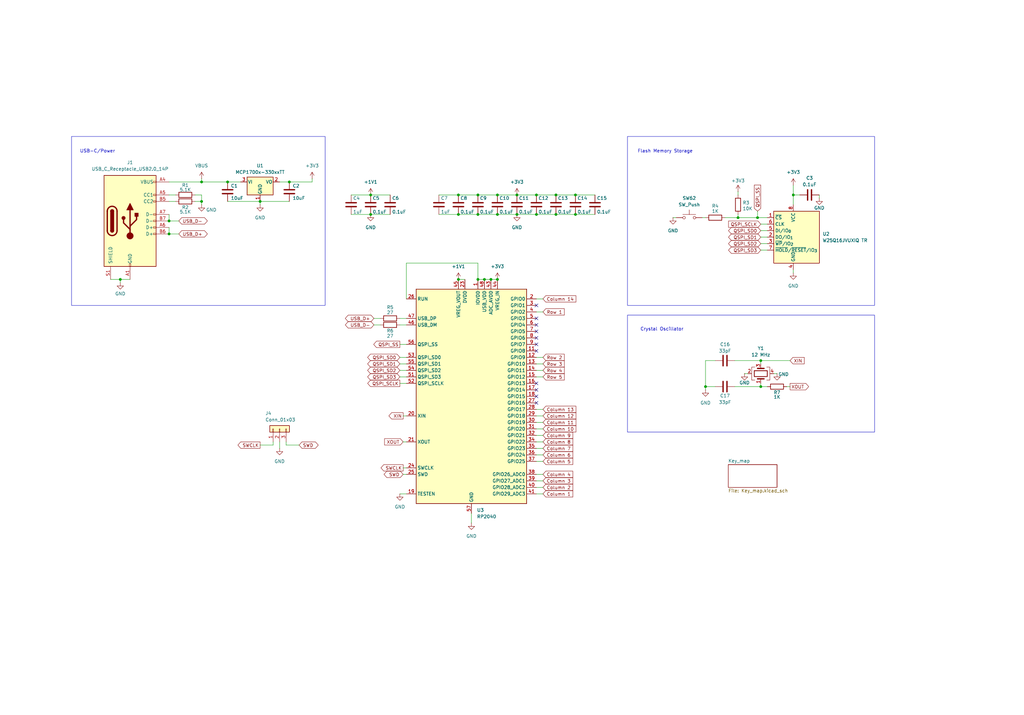
<source format=kicad_sch>
(kicad_sch (version 20250114) (generator "eeschema") (generator_version "9.0")
  (paper "User" 400 279.4)
  (lib_symbols
    (symbol "Connector:USB_C_Receptacle_USB2.0_14P" (pin_names (offset 1.016))
      (property "Reference" "J" (at 0 22.225 0))
      (property "Value" "USB_C_Receptacle_USB2.0_14P" (at 0 19.685 0))
      (symbol "USB_C_Receptacle_USB2.0_14P_0_0"
        (rectangle (start -0.254 -17.78) (end 0.254 -16.764))
        (rectangle (start 10.16 15.494) (end 9.144 14.986))
        (rectangle (start 10.16 10.414) (end 9.144 9.906))
        (rectangle (start 10.16 7.874) (end 9.144 7.366))
        (rectangle (start 10.16 2.794) (end 9.144 2.286))
        (rectangle (start 10.16 0.254) (end 9.144 -0.254))
        (rectangle (start 10.16 -2.286) (end 9.144 -2.794))
        (rectangle (start 10.16 -4.826) (end 9.144 -5.334))
      )
      (symbol "USB_C_Receptacle_USB2.0_14P_0_1"
        (rectangle (start -10.16 17.78) (end 10.16 -17.78) (stroke (width 0.254)) (fill (type background)))
        (polyline (pts (xy -8.89 -3.81) (xy -8.89 3.81)) (stroke (width 0.508)))
        (rectangle (start -7.62 -3.81) (end -6.35 3.81) (stroke (width 0.254)) (fill (type outline)))
        (arc (start -7.62 3.81) (mid -6.985 4.4423) (end -6.35 3.81) (stroke (width 0.254)))
        (arc (start -7.62 3.81) (mid -6.985 4.4423) (end -6.35 3.81) (stroke (width 0.254)) (fill (type outline)))
        (arc (start -8.89 3.81) (mid -6.985 5.7067) (end -5.08 3.81) (stroke (width 0.508)))
        (arc (start -5.08 -3.81) (mid -6.985 -5.7067) (end -8.89 -3.81) (stroke (width 0.508)))
        (arc (start -6.35 -3.81) (mid -6.985 -4.4423) (end -7.62 -3.81) (stroke (width 0.254)))
        (arc (start -6.35 -3.81) (mid -6.985 -4.4423) (end -7.62 -3.81) (stroke (width 0.254)) (fill (type outline)))
        (polyline (pts (xy -5.08 3.81) (xy -5.08 -3.81)) (stroke (width 0.508)))
        (circle (center -2.54 1.143) (radius 0.635) (stroke (width 0.254)) (fill (type outline)))
        (polyline (pts (xy -1.27 4.318) (xy 0 6.858) (xy 1.27 4.318) (xy -1.27 4.318)) (stroke (width 0.254)) (fill (type outline)))
        (polyline (pts (xy 0 -2.032) (xy 2.54 0.508) (xy 2.54 1.778)) (stroke (width 0.508)))
        (polyline (pts (xy 0 -3.302) (xy -2.54 -0.762) (xy -2.54 0.508)) (stroke (width 0.508)))
        (polyline (pts (xy 0 -5.842) (xy 0 4.318)) (stroke (width 0.508)))
        (circle (center 0 -5.842) (radius 1.27) (fill (type outline)))
        (rectangle (start 1.905 1.778) (end 3.175 3.048) (stroke (width 0.254)) (fill (type outline)))
      )
      (symbol "USB_C_Receptacle_USB2.0_14P_1_1"
        (pin passive line (at -7.62 -22.86 90) (length 5.08) (name "SHIELD") (number "S1"))
        (pin passive line (at 0 -22.86 90) (length 5.08) (name "GND") (number "A1"))
        (pin passive line (at 0 -22.86 90) (length 5.08) (hide yes) (name "GND") (number "A12"))
        (pin passive line (at 0 -22.86 90) (length 5.08) (hide yes) (name "GND") (number "B1"))
        (pin passive line (at 0 -22.86 90) (length 5.08) (hide yes) (name "GND") (number "B12"))
        (pin passive line (at 15.24 15.24 180) (length 5.08) (name "VBUS") (number "A4"))
        (pin passive line (at 15.24 15.24 180) (length 5.08) (hide yes) (name "VBUS") (number "A9"))
        (pin passive line (at 15.24 15.24 180) (length 5.08) (hide yes) (name "VBUS") (number "B4"))
        (pin passive line (at 15.24 15.24 180) (length 5.08) (hide yes) (name "VBUS") (number "B9"))
        (pin bidirectional line (at 15.24 10.16 180) (length 5.08) (name "CC1") (number "A5"))
        (pin bidirectional line (at 15.24 7.62 180) (length 5.08) (name "CC2") (number "B5"))
        (pin bidirectional line (at 15.24 2.54 180) (length 5.08) (name "D-") (number "A7"))
        (pin bidirectional line (at 15.24 0 180) (length 5.08) (name "D-") (number "B7"))
        (pin bidirectional line (at 15.24 -2.54 180) (length 5.08) (name "D+") (number "A6"))
        (pin bidirectional line (at 15.24 -5.08 180) (length 5.08) (name "D+") (number "B6"))
      )
    )
    (symbol "Connector_Generic:Conn_01x03" (pin_names (offset 1.016) (hide yes))
      (property "Reference" "J" (at 0 5.08 0))
      (property "Value" "Conn_01x03" (at 0 -5.08 0))
      (symbol "Conn_01x03_1_1"
        (rectangle (start -1.27 3.81) (end 1.27 -3.81) (stroke (width 0.254)) (fill (type background)))
        (rectangle (start -1.27 2.667) (end 0 2.413) (stroke (width 0.1524)))
        (rectangle (start -1.27 0.127) (end 0 -0.127) (stroke (width 0.1524)))
        (rectangle (start -1.27 -2.413) (end 0 -2.667) (stroke (width 0.1524)))
        (pin passive line (at -5.08 2.54 0) (length 3.81) (name "Pin_1") (number "1"))
        (pin passive line (at -5.08 0 0) (length 3.81) (name "Pin_2") (number "2"))
        (pin passive line (at -5.08 -2.54 0) (length 3.81) (name "Pin_3") (number "3"))
      )
    )
    (symbol "Device:C" (pin_numbers (hide yes)) (pin_names (offset 0.254))
      (property "Reference" "C" (at 0.635 2.54 0))
      (property "Value" "C" (at 0.635 -2.54 0))
      (symbol "C_0_1"
        (polyline (pts (xy -2.032 0.762) (xy 2.032 0.762)) (stroke (width 0.508)))
        (polyline (pts (xy -2.032 -0.762) (xy 2.032 -0.762)) (stroke (width 0.508)))
      )
      (symbol "C_1_1"
        (pin passive line (at 0 3.81 270) (length 2.794) (name "~") (number "1"))
        (pin passive line (at 0 -3.81 90) (length 2.794) (name "~") (number "2"))
      )
    )
    (symbol "Device:Crystal_GND24" (pin_names (offset 1.016) (hide yes))
      (property "Reference" "Y" (at 3.175 5.08 0))
      (property "Value" "Crystal_GND24" (at 3.175 3.175 0))
      (symbol "Crystal_GND24_0_1"
        (polyline (pts (xy -2.54 2.286) (xy -2.54 3.556) (xy 2.54 3.556) (xy 2.54 2.286)))
        (polyline (pts (xy -2.54 0) (xy -2.032 0)))
        (polyline (pts (xy -2.54 -2.286) (xy -2.54 -3.556) (xy 2.54 -3.556) (xy 2.54 -2.286)))
        (polyline (pts (xy -2.032 -1.27) (xy -2.032 1.27)) (stroke (width 0.508)))
        (rectangle (start -1.143 2.54) (end 1.143 -2.54) (stroke (width 0.3048)))
        (polyline (pts (xy 0 3.556) (xy 0 3.81)))
        (polyline (pts (xy 0 -3.81) (xy 0 -3.556)))
        (polyline (pts (xy 2.032 0) (xy 2.54 0)))
        (polyline (pts (xy 2.032 -1.27) (xy 2.032 1.27)) (stroke (width 0.508)))
      )
      (symbol "Crystal_GND24_1_1"
        (pin passive line (at -3.81 0 0) (length 1.27) (name "1") (number "1"))
        (pin passive line (at 0 5.08 270) (length 1.27) (name "2") (number "2"))
        (pin passive line (at 0 -5.08 90) (length 1.27) (name "4") (number "4"))
        (pin passive line (at 3.81 0 180) (length 1.27) (name "3") (number "3"))
      )
    )
    (symbol "Device:R" (pin_numbers (hide yes)) (pin_names (offset 0))
      (property "Reference" "R" (at 2.032 0 90))
      (property "Value" "R" (at 0 0 90))
      (symbol "R_0_1"
        (rectangle (start -1.016 -2.54) (end 1.016 2.54) (stroke (width 0.254)))
      )
      (symbol "R_1_1"
        (pin passive line (at 0 3.81 270) (length 1.27) (name "~") (number "1"))
        (pin passive line (at 0 -3.81 90) (length 1.27) (name "~") (number "2"))
      )
    )
    (symbol "MCU_RaspberryPi:RP2040"
      (property "Reference" "U" (at 17.78 45.72 0))
      (property "Value" "RP2040" (at 17.78 43.18 0))
      (symbol "RP2040_0_1"
        (rectangle (start -21.59 41.91) (end 21.59 -41.91) (stroke (width 0.254)) (fill (type background)))
      )
      (symbol "RP2040_1_1"
        (pin input line (at -25.4 38.1 0) (length 3.81) (name "RUN") (number "26"))
        (pin bidirectional line (at -25.4 30.48 0) (length 3.81) (name "USB_DP") (number "47"))
        (pin bidirectional line (at -25.4 27.94 0) (length 3.81) (name "USB_DM") (number "46"))
        (pin bidirectional line (at -25.4 20.32 0) (length 3.81) (name "QSPI_SS") (number "56"))
        (pin bidirectional line (at -25.4 15.24 0) (length 3.81) (name "QSPI_SD0") (number "53"))
        (pin bidirectional line (at -25.4 12.7 0) (length 3.81) (name "QSPI_SD1") (number "55"))
        (pin bidirectional line (at -25.4 10.16 0) (length 3.81) (name "QSPI_SD2") (number "54"))
        (pin bidirectional line (at -25.4 7.62 0) (length 3.81) (name "QSPI_SD3") (number "51"))
        (pin output line (at -25.4 5.08 0) (length 3.81) (name "QSPI_SCLK") (number "52"))
        (pin input line (at -25.4 -7.62 0) (length 3.81) (name "XIN") (number "20"))
        (pin passive line (at -25.4 -17.78 0) (length 3.81) (name "XOUT") (number "21"))
        (pin input line (at -25.4 -27.94 0) (length 3.81) (name "SWCLK") (number "24"))
        (pin bidirectional line (at -25.4 -30.48 0) (length 3.81) (name "SWD") (number "25"))
        (pin input line (at -25.4 -38.1 0) (length 3.81) (name "TESTEN") (number "19"))
        (pin power_out line (at -5.08 45.72 270) (length 3.81) (name "VREG_VOUT") (number "45"))
        (pin power_in line (at -2.54 45.72 270) (length 3.81) (name "DVDD") (number "23"))
        (pin passive line (at -2.54 45.72 270) (length 3.81) (hide yes) (name "DVDD") (number "50"))
        (pin power_in line (at 0 -45.72 90) (length 3.81) (name "GND") (number "57"))
        (pin power_in line (at 2.54 45.72 270) (length 3.81) (name "IOVDD") (number "1"))
        (pin passive line (at 2.54 45.72 270) (length 3.81) (hide yes) (name "IOVDD") (number "10"))
        (pin passive line (at 2.54 45.72 270) (length 3.81) (hide yes) (name "IOVDD") (number "22"))
        (pin passive line (at 2.54 45.72 270) (length 3.81) (hide yes) (name "IOVDD") (number "33"))
        (pin passive line (at 2.54 45.72 270) (length 3.81) (hide yes) (name "IOVDD") (number "42"))
        (pin passive line (at 2.54 45.72 270) (length 3.81) (hide yes) (name "IOVDD") (number "49"))
        (pin power_in line (at 5.08 45.72 270) (length 3.81) (name "USB_VDD") (number "48"))
        (pin power_in line (at 7.62 45.72 270) (length 3.81) (name "ADC_AVDD") (number "43"))
        (pin power_in line (at 10.16 45.72 270) (length 3.81) (name "VREG_IN") (number "44"))
        (pin bidirectional line (at 25.4 38.1 180) (length 3.81) (name "GPIO0") (number "2"))
        (pin bidirectional line (at 25.4 35.56 180) (length 3.81) (name "GPIO1") (number "3"))
        (pin bidirectional line (at 25.4 33.02 180) (length 3.81) (name "GPIO2") (number "4"))
        (pin bidirectional line (at 25.4 30.48 180) (length 3.81) (name "GPIO3") (number "5"))
        (pin bidirectional line (at 25.4 27.94 180) (length 3.81) (name "GPIO4") (number "6"))
        (pin bidirectional line (at 25.4 25.4 180) (length 3.81) (name "GPIO5") (number "7"))
        (pin bidirectional line (at 25.4 22.86 180) (length 3.81) (name "GPIO6") (number "8"))
        (pin bidirectional line (at 25.4 20.32 180) (length 3.81) (name "GPIO7") (number "9"))
        (pin bidirectional line (at 25.4 17.78 180) (length 3.81) (name "GPIO8") (number "11"))
        (pin bidirectional line (at 25.4 15.24 180) (length 3.81) (name "GPIO9") (number "12"))
        (pin bidirectional line (at 25.4 12.7 180) (length 3.81) (name "GPIO10") (number "13"))
        (pin bidirectional line (at 25.4 10.16 180) (length 3.81) (name "GPIO11") (number "14"))
        (pin bidirectional line (at 25.4 7.62 180) (length 3.81) (name "GPIO12") (number "15"))
        (pin bidirectional line (at 25.4 5.08 180) (length 3.81) (name "GPIO13") (number "16"))
        (pin bidirectional line (at 25.4 2.54 180) (length 3.81) (name "GPIO14") (number "17"))
        (pin bidirectional line (at 25.4 0 180) (length 3.81) (name "GPIO15") (number "18"))
        (pin bidirectional line (at 25.4 -2.54 180) (length 3.81) (name "GPIO16") (number "27"))
        (pin bidirectional line (at 25.4 -5.08 180) (length 3.81) (name "GPIO17") (number "28"))
        (pin bidirectional line (at 25.4 -7.62 180) (length 3.81) (name "GPIO18") (number "29"))
        (pin bidirectional line (at 25.4 -10.16 180) (length 3.81) (name "GPIO19") (number "30"))
        (pin bidirectional line (at 25.4 -12.7 180) (length 3.81) (name "GPIO20") (number "31"))
        (pin bidirectional line (at 25.4 -15.24 180) (length 3.81) (name "GPIO21") (number "32"))
        (pin bidirectional line (at 25.4 -17.78 180) (length 3.81) (name "GPIO22") (number "34"))
        (pin bidirectional line (at 25.4 -20.32 180) (length 3.81) (name "GPIO23") (number "35"))
        (pin bidirectional line (at 25.4 -22.86 180) (length 3.81) (name "GPIO24") (number "36"))
        (pin bidirectional line (at 25.4 -25.4 180) (length 3.81) (name "GPIO25") (number "37"))
        (pin bidirectional line (at 25.4 -30.48 180) (length 3.81) (name "GPIO26_ADC0") (number "38"))
        (pin bidirectional line (at 25.4 -33.02 180) (length 3.81) (name "GPIO27_ADC1") (number "39"))
        (pin bidirectional line (at 25.4 -35.56 180) (length 3.81) (name "GPIO28_ADC2") (number "40"))
        (pin bidirectional line (at 25.4 -38.1 180) (length 3.81) (name "GPIO29_ADC3") (number "41"))
      )
    )
    (symbol "Memory_Flash:W25Q128JVS"
      (property "Reference" "U" (at -6.35 11.43 0))
      (property "Value" "W25Q128JVS" (at 7.62 11.43 0))
      (symbol "W25Q128JVS_0_1"
        (rectangle (start -7.62 10.16) (end 10.16 -10.16) (stroke (width 0.254)) (fill (type background)))
      )
      (symbol "W25Q128JVS_1_1"
        (pin input line (at -10.16 7.62 0) (length 2.54) (name "~{CS}") (number "1"))
        (pin input line (at -10.16 5.08 0) (length 2.54) (name "CLK") (number "6"))
        (pin bidirectional line (at -10.16 2.54 0) (length 2.54) (name "DI/IO_{0}") (number "5"))
        (pin bidirectional line (at -10.16 0 0) (length 2.54) (name "DO/IO_{1}") (number "2"))
        (pin bidirectional line (at -10.16 -2.54 0) (length 2.54) (name "~{WP}/IO_{2}") (number "3"))
        (pin bidirectional line (at -10.16 -5.08 0) (length 2.54) (name "~{HOLD}/~{RESET}/IO_{3}") (number "7"))
        (pin power_in line (at 0 12.7 270) (length 2.54) (name "VCC") (number "8"))
        (pin power_in line (at 0 -12.7 90) (length 2.54) (name "GND") (number "4"))
      )
    )
    (symbol "Regulator_Linear:MCP1700x-330xxTT" (pin_names (offset 0.254))
      (property "Reference" "U" (at -3.81 3.175 0))
      (property "Value" "MCP1700x-330xxTT" (at 0 3.175 0))
      (symbol "MCP1700x-330xxTT_0_1"
        (rectangle (start -5.08 1.905) (end 5.08 -5.08) (stroke (width 0.254)) (fill (type background)))
      )
      (symbol "MCP1700x-330xxTT_1_1"
        (pin power_in line (at -7.62 0 0) (length 2.54) (name "VI") (number "3"))
        (pin power_in line (at 0 -7.62 90) (length 2.54) (name "GND") (number "1"))
        (pin power_out line (at 7.62 0 180) (length 2.54) (name "VO") (number "2"))
      )
    )
    (symbol "Switch:SW_Push" (pin_numbers (hide yes)) (pin_names (offset 1.016) (hide yes))
      (property "Reference" "SW" (at 1.27 2.54 0))
      (property "Value" "SW_Push" (at 0 -1.524 0))
      (symbol "SW_Push_0_1"
        (circle (center -2.032 0) (radius 0.508))
        (polyline (pts (xy 0 1.27) (xy 0 3.048)))
        (circle (center 2.032 0) (radius 0.508))
        (polyline (pts (xy 2.54 1.27) (xy -2.54 1.27)))
        (pin passive line (at -5.08 0 0) (length 2.54) (name "1") (number "1"))
        (pin passive line (at 5.08 0 180) (length 2.54) (name "2") (number "2"))
      )
    )
    (symbol "power:+1V1" (power) (pin_numbers (hide yes)) (pin_names (offset 0) (hide yes))
      (property "Value" "+1V1" (at 0 3.556 0))
      (symbol "+1V1_0_1"
        (polyline (pts (xy -0.762 1.27) (xy 0 2.54)))
        (polyline (pts (xy 0 2.54) (xy 0.762 1.27)))
        (polyline (pts (xy 0 0) (xy 0 2.54)))
      )
      (symbol "+1V1_1_1"
        (pin power_in line (at 0 0 90) (length 0) (name "~") (number "1"))
      )
    )
    (symbol "power:+3V3" (power) (pin_numbers (hide yes)) (pin_names (offset 0) (hide yes))
      (property "Value" "+3V3" (at 0 3.556 0))
      (symbol "+3V3_0_1"
        (polyline (pts (xy -0.762 1.27) (xy 0 2.54)))
        (polyline (pts (xy 0 2.54) (xy 0.762 1.27)))
        (polyline (pts (xy 0 0) (xy 0 2.54)))
      )
      (symbol "+3V3_1_1"
        (pin power_in line (at 0 0 90) (length 0) (name "~") (number "1"))
      )
    )
    (symbol "power:GND" (power) (pin_numbers (hide yes)) (pin_names (offset 0) (hide yes))
      (property "Value" "GND" (at 0 -3.81 0))
      (symbol "GND_0_1"
        (polyline (pts (xy 0 0) (xy 0 -1.27) (xy 1.27 -1.27) (xy 0 -2.54) (xy -1.27 -1.27) (xy 0 -1.27)))
      )
      (symbol "GND_1_1"
        (pin power_in line (at 0 0 270) (length 0) (name "~") (number "1"))
      )
    )
    (symbol "power:VBUS" (power) (pin_numbers (hide yes)) (pin_names (offset 0) (hide yes))
      (property "Value" "VBUS" (at 0 3.556 0))
      (symbol "VBUS_0_1"
        (polyline (pts (xy -0.762 1.27) (xy 0 2.54)))
        (polyline (pts (xy 0 2.54) (xy 0.762 1.27)))
        (polyline (pts (xy 0 0) (xy 0 2.54)))
      )
      (symbol "VBUS_1_1"
        (pin power_in line (at 0 0 90) (length 0) (name "~") (number "1"))
      )
    )
  )
  (rectangle (start 245.11 53.34) (end 341.63 119.38))
  (rectangle (start 27.94 53.34) (end 127 119.38))
  (rectangle (start 245.11 123.19) (end 341.63 168.91))
  (text "Crystal Oscillator" (at 258.572 128.778 0) (effects (font (size 1.27 1.27))))
  (text "Flash Memory Storage\n" (at 259.842 59.182 0) (effects (font (size 1.27 1.27))))
  (text "USB-C/Power\n" (at 38.1 59.182 0) (effects (font (size 1.27 1.27))))
  (junction (at 297.18 140.97))
  (junction (at 78.74 71.12))
  (junction (at 194.31 83.82))
  (junction (at 66.04 86.36))
  (junction (at 78.74 78.74))
  (junction (at 189.23 109.22))
  (junction (at 144.78 83.82))
  (junction (at 309.88 76.2))
  (junction (at 179.07 76.2))
  (junction (at 88.9 71.12))
  (junction (at 194.31 109.22))
  (junction (at 224.79 76.2))
  (junction (at 179.07 109.22))
  (junction (at 295.91 85.09))
  (junction (at 191.77 109.22))
  (junction (at 224.79 83.82))
  (junction (at 297.18 151.13))
  (junction (at 186.69 83.82))
  (junction (at 288.29 85.09))
  (junction (at 46.99 109.22))
  (junction (at 201.93 76.2))
  (junction (at 275.59 151.13))
  (junction (at 113.03 71.12))
  (junction (at 209.55 83.82))
  (junction (at 186.69 109.22))
  (junction (at 217.17 83.82))
  (junction (at 66.04 91.44))
  (junction (at 194.31 76.2))
  (junction (at 217.17 76.2))
  (junction (at 186.69 76.2))
  (junction (at 209.55 76.2))
  (junction (at 101.6 78.74))
  (junction (at 201.93 83.82))
  (junction (at 144.78 76.2))
  (junction (at 179.07 83.82))
  (no_connect (at 209.55 152.4))
  (no_connect (at 209.55 137.16))
  (no_connect (at 209.55 127))
  (no_connect (at 209.55 129.54))
  (no_connect (at 209.55 149.86))
  (no_connect (at 209.55 157.48))
  (no_connect (at 209.55 132.08))
  (no_connect (at 209.55 119.38))
  (no_connect (at 209.55 154.94))
  (no_connect (at 209.55 134.62))
  (no_connect (at 209.55 124.46))
  (wire (pts (xy 46.99 110.49) (xy 46.99 109.22)))
  (wire (pts (xy 171.45 76.2) (xy 179.07 76.2)))
  (wire (pts (xy 290.83 146.05) (xy 292.1 146.05)))
  (wire (pts (xy 156.21 139.7) (xy 158.75 139.7)))
  (wire (pts (xy 297.18 92.71) (xy 299.72 92.71)))
  (wire (pts (xy 66.04 86.36) (xy 69.85 86.36)))
  (wire (pts (xy 184.15 200.66) (xy 184.15 204.47)))
  (wire (pts (xy 66.04 78.74) (xy 68.58 78.74)))
  (wire (pts (xy 201.93 76.2) (xy 209.55 76.2)))
  (wire (pts (xy 156.21 134.62) (xy 158.75 134.62)))
  (wire (pts (xy 146.05 124.46) (xy 148.59 124.46)))
  (wire (pts (xy 212.09 193.04) (xy 209.55 193.04)))
  (wire (pts (xy 209.55 76.2) (xy 217.17 76.2)))
  (wire (pts (xy 88.9 71.12) (xy 93.98 71.12)))
  (wire (pts (xy 179.07 76.2) (xy 186.69 76.2)))
  (wire (pts (xy 157.48 172.72) (xy 158.75 172.72)))
  (wire (pts (xy 156.21 124.46) (xy 158.75 124.46)))
  (wire (pts (xy 146.05 127) (xy 148.59 127)))
  (wire (pts (xy 101.6 78.74) (xy 113.03 78.74)))
  (wire (pts (xy 171.45 83.82) (xy 179.07 83.82)))
  (wire (pts (xy 288.29 74.93) (xy 288.29 76.2)))
  (wire (pts (xy 262.89 85.09) (xy 264.16 85.09)))
  (wire (pts (xy 88.9 78.74) (xy 101.6 78.74)))
  (wire (pts (xy 76.2 78.74) (xy 78.74 78.74)))
  (wire (pts (xy 212.09 116.84) (xy 209.55 116.84)))
  (wire (pts (xy 212.09 142.24) (xy 209.55 142.24)))
  (wire (pts (xy 78.74 71.12) (xy 88.9 71.12)))
  (wire (pts (xy 212.09 187.96) (xy 209.55 187.96)))
  (wire (pts (xy 179.07 109.22) (xy 181.61 109.22)))
  (wire (pts (xy 287.02 140.97) (xy 297.18 140.97)))
  (wire (pts (xy 212.09 165.1) (xy 209.55 165.1)))
  (wire (pts (xy 156.21 147.32) (xy 158.75 147.32)))
  (wire (pts (xy 279.4 140.97) (xy 275.59 140.97)))
  (wire (pts (xy 78.74 76.2) (xy 78.74 78.74)))
  (wire (pts (xy 194.31 83.82) (xy 201.93 83.82)))
  (wire (pts (xy 76.2 76.2) (xy 78.74 76.2)))
  (wire (pts (xy 156.21 149.86) (xy 158.75 149.86)))
  (wire (pts (xy 297.18 97.79) (xy 299.72 97.79)))
  (wire (pts (xy 78.74 69.85) (xy 78.74 71.12)))
  (wire (pts (xy 212.09 139.7) (xy 209.55 139.7)))
  (wire (pts (xy 297.18 90.17) (xy 299.72 90.17)))
  (wire (pts (xy 212.09 167.64) (xy 209.55 167.64)))
  (wire (pts (xy 287.02 151.13) (xy 297.18 151.13)))
  (wire (pts (xy 209.55 83.82) (xy 217.17 83.82)))
  (wire (pts (xy 297.18 151.13) (xy 299.72 151.13)))
  (wire (pts (xy 212.09 172.72) (xy 209.55 172.72)))
  (wire (pts (xy 66.04 76.2) (xy 68.58 76.2)))
  (wire (pts (xy 275.59 151.13) (xy 275.59 152.4)))
  (wire (pts (xy 279.4 151.13) (xy 275.59 151.13)))
  (wire (pts (xy 101.6 173.99) (xy 106.68 173.99)))
  (wire (pts (xy 194.31 76.2) (xy 201.93 76.2)))
  (wire (pts (xy 121.92 71.12) (xy 113.03 71.12)))
  (wire (pts (xy 295.91 82.55) (xy 295.91 85.09)))
  (wire (pts (xy 157.48 185.42) (xy 158.75 185.42)))
  (wire (pts (xy 320.04 77.47) (xy 320.04 76.2)))
  (wire (pts (xy 297.18 87.63) (xy 299.72 87.63)))
  (wire (pts (xy 297.18 95.25) (xy 299.72 95.25)))
  (wire (pts (xy 158.75 116.84) (xy 158.75 102.87)))
  (wire (pts (xy 158.75 102.87) (xy 186.69 102.87)))
  (wire (pts (xy 156.21 127) (xy 158.75 127)))
  (wire (pts (xy 121.92 69.85) (xy 121.92 71.12)))
  (wire (pts (xy 137.16 76.2) (xy 144.78 76.2)))
  (wire (pts (xy 189.23 109.22) (xy 191.77 109.22)))
  (wire (pts (xy 157.48 182.88) (xy 158.75 182.88)))
  (wire (pts (xy 66.04 91.44) (xy 69.85 91.44)))
  (wire (pts (xy 224.79 83.82) (xy 232.41 83.82)))
  (wire (pts (xy 212.09 185.42) (xy 209.55 185.42)))
  (wire (pts (xy 212.09 160.02) (xy 209.55 160.02)))
  (wire (pts (xy 156.21 142.24) (xy 158.75 142.24)))
  (wire (pts (xy 186.69 83.82) (xy 194.31 83.82)))
  (wire (pts (xy 106.68 173.99) (xy 106.68 172.72)))
  (wire (pts (xy 297.18 140.97) (xy 308.61 140.97)))
  (wire (pts (xy 212.09 144.78) (xy 209.55 144.78)))
  (wire (pts (xy 307.34 151.13) (xy 308.61 151.13)))
  (wire (pts (xy 209.55 147.32) (xy 212.09 147.32)))
  (wire (pts (xy 111.76 173.99) (xy 116.84 173.99)))
  (wire (pts (xy 46.99 109.22) (xy 50.8 109.22)))
  (wire (pts (xy 297.18 151.13) (xy 297.18 149.86)))
  (wire (pts (xy 212.09 121.92) (xy 209.55 121.92)))
  (wire (pts (xy 288.29 85.09) (xy 295.91 85.09)))
  (wire (pts (xy 212.09 162.56) (xy 209.55 162.56)))
  (wire (pts (xy 186.69 109.22) (xy 189.23 109.22)))
  (wire (pts (xy 109.22 71.12) (xy 113.03 71.12)))
  (wire (pts (xy 217.17 76.2) (xy 224.79 76.2)))
  (wire (pts (xy 144.78 83.82) (xy 152.4 83.82)))
  (wire (pts (xy 109.22 175.26) (xy 109.22 172.72)))
  (wire (pts (xy 111.76 172.72) (xy 111.76 173.99)))
  (wire (pts (xy 217.17 83.82) (xy 224.79 83.82)))
  (wire (pts (xy 157.48 162.56) (xy 158.75 162.56)))
  (wire (pts (xy 144.78 76.2) (xy 152.4 76.2)))
  (wire (pts (xy 224.79 76.2) (xy 232.41 76.2)))
  (wire (pts (xy 212.09 190.5) (xy 209.55 190.5)))
  (wire (pts (xy 66.04 83.82) (xy 66.04 86.36)))
  (wire (pts (xy 275.59 140.97) (xy 275.59 151.13)))
  (wire (pts (xy 295.91 85.09) (xy 299.72 85.09)))
  (wire (pts (xy 66.04 71.12) (xy 78.74 71.12)))
  (wire (pts (xy 212.09 180.34) (xy 209.55 180.34)))
  (wire (pts (xy 302.26 146.05) (xy 303.53 146.05)))
  (wire (pts (xy 297.18 140.97) (xy 297.18 142.24)))
  (wire (pts (xy 312.42 76.2) (xy 309.88 76.2)))
  (wire (pts (xy 78.74 78.74) (xy 78.74 80.01)))
  (wire (pts (xy 66.04 88.9) (xy 66.04 91.44)))
  (wire (pts (xy 288.29 83.82) (xy 288.29 85.09)))
  (wire (pts (xy 212.09 177.8) (xy 209.55 177.8)))
  (wire (pts (xy 212.09 175.26) (xy 209.55 175.26)))
  (wire (pts (xy 186.69 102.87) (xy 186.69 109.22)))
  (wire (pts (xy 137.16 83.82) (xy 144.78 83.82)))
  (wire (pts (xy 309.88 72.39) (xy 309.88 76.2)))
  (wire (pts (xy 101.6 80.01) (xy 101.6 78.74)))
  (wire (pts (xy 309.88 76.2) (xy 309.88 80.01)))
  (wire (pts (xy 156.21 193.04) (xy 158.75 193.04)))
  (wire (pts (xy 274.32 85.09) (xy 275.59 85.09)))
  (wire (pts (xy 43.18 109.22) (xy 46.99 109.22)))
  (wire (pts (xy 309.88 105.41) (xy 309.88 106.68)))
  (wire (pts (xy 283.21 85.09) (xy 288.29 85.09)))
  (wire (pts (xy 179.07 83.82) (xy 186.69 83.82)))
  (wire (pts (xy 156.21 144.78) (xy 158.75 144.78)))
  (wire (pts (xy 201.93 83.82) (xy 209.55 83.82)))
  (wire (pts (xy 212.09 170.18) (xy 209.55 170.18)))
  (wire (pts (xy 191.77 109.22) (xy 194.31 109.22)))
  (wire (pts (xy 186.69 76.2) (xy 194.31 76.2)))
  (global_label "QSPI_SCLK" (shape output) (at 156.21 149.86 180) (property "Intersheetrefs" "${INTERSHEET_REFS}" (effects (hide yes))))
  (global_label "Column 12" (shape input) (at 212.09 162.56 0) (property "Intersheetrefs" "${INTERSHEET_REFS}" (effects (hide yes))))
  (global_label "XOUT" (shape output) (at 308.61 151.13 0) (property "Intersheetrefs" "${INTERSHEET_REFS}" (effects (hide yes))))
  (global_label "Row 4" (shape input) (at 212.09 144.78 0) (property "Intersheetrefs" "${INTERSHEET_REFS}" (effects (hide yes))))
  (global_label "QSPI_SD0" (shape bidirectional) (at 297.18 90.17 180) (property "Intersheetrefs" "${INTERSHEET_REFS}" (effects (hide yes))))
  (global_label "Column 5" (shape input) (at 212.09 180.34 0) (property "Intersheetrefs" "${INTERSHEET_REFS}" (effects (hide yes))))
  (global_label "Column 7" (shape input) (at 212.09 175.26 0) (property "Intersheetrefs" "${INTERSHEET_REFS}" (effects (hide yes))))
  (global_label "XIN" (shape input) (at 308.61 140.97 0) (property "Intersheetrefs" "${INTERSHEET_REFS}" (effects (hide yes))))
  (global_label "QSPI_SD0" (shape bidirectional) (at 156.21 139.7 180) (property "Intersheetrefs" "${INTERSHEET_REFS}" (effects (hide yes))))
  (global_label "Row 5" (shape input) (at 212.09 147.32 0) (property "Intersheetrefs" "${INTERSHEET_REFS}" (effects (hide yes))))
  (global_label "USB_D+" (shape bidirectional) (at 69.85 91.44 0) (property "Intersheetrefs" "${INTERSHEET_REFS}" (effects (hide yes))))
  (global_label "SWD" (shape bidirectional) (at 157.48 185.42 180) (property "Intersheetrefs" "${INTERSHEET_REFS}" (effects (hide yes))))
  (global_label "Column 13" (shape input) (at 212.09 160.02 0) (property "Intersheetrefs" "${INTERSHEET_REFS}" (effects (hide yes))))
  (global_label "XIN" (shape output) (at 157.48 162.56 180) (property "Intersheetrefs" "${INTERSHEET_REFS}" (effects (hide yes))))
  (global_label "Column 2" (shape input) (at 212.09 190.5 0) (property "Intersheetrefs" "${INTERSHEET_REFS}" (effects (hide yes))))
  (global_label "USB_D+" (shape bidirectional) (at 146.05 124.46 180) (property "Intersheetrefs" "${INTERSHEET_REFS}" (effects (hide yes))))
  (global_label "USB_D-" (shape bidirectional) (at 146.05 127 180) (property "Intersheetrefs" "${INTERSHEET_REFS}" (effects (hide yes))))
  (global_label "Column 4" (shape input) (at 212.09 185.42 0) (property "Intersheetrefs" "${INTERSHEET_REFS}" (effects (hide yes))))
  (global_label "USB_D-" (shape bidirectional) (at 69.85 86.36 0) (property "Intersheetrefs" "${INTERSHEET_REFS}" (effects (hide yes))))
  (global_label "Column 14" (shape input) (at 212.09 116.84 0) (property "Intersheetrefs" "${INTERSHEET_REFS}" (effects (hide yes))))
  (global_label "QSPI_SD2" (shape bidirectional) (at 297.18 95.25 180) (property "Intersheetrefs" "${INTERSHEET_REFS}" (effects (hide yes))))
  (global_label "QSPI_SS" (shape output) (at 156.21 134.62 180) (property "Intersheetrefs" "${INTERSHEET_REFS}" (effects (hide yes))))
  (global_label "Column 6" (shape input) (at 212.09 177.8 0) (property "Intersheetrefs" "${INTERSHEET_REFS}" (effects (hide yes))))
  (global_label "QSPI_SD1" (shape bidirectional) (at 156.21 142.24 180) (property "Intersheetrefs" "${INTERSHEET_REFS}" (effects (hide yes))))
  (global_label "QSPI_SCLK" (shape input) (at 297.18 87.63 180) (property "Intersheetrefs" "${INTERSHEET_REFS}" (effects (hide yes))))
  (global_label "SWCLK" (shape output) (at 101.6 173.99 180) (property "Intersheetrefs" "${INTERSHEET_REFS}" (effects (hide yes))))
  (global_label "Column 8" (shape input) (at 212.09 172.72 0) (property "Intersheetrefs" "${INTERSHEET_REFS}" (effects (hide yes))))
  (global_label "QSPI_SD3" (shape bidirectional) (at 156.21 147.32 180) (property "Intersheetrefs" "${INTERSHEET_REFS}" (effects (hide yes))))
  (global_label "Column 3" (shape input) (at 212.09 187.96 0) (property "Intersheetrefs" "${INTERSHEET_REFS}" (effects (hide yes))))
  (global_label "SWCLK" (shape output) (at 157.48 182.88 180) (property "Intersheetrefs" "${INTERSHEET_REFS}" (effects (hide yes))))
  (global_label "Row 1" (shape input) (at 212.09 121.92 0) (property "Intersheetrefs" "${INTERSHEET_REFS}" (effects (hide yes))))
  (global_label "QSPI_SS" (shape input) (at 295.91 82.55 90) (property "Intersheetrefs" "${INTERSHEET_REFS}" (effects (hide yes))))
  (global_label "Column 11" (shape input) (at 212.09 165.1 0) (property "Intersheetrefs" "${INTERSHEET_REFS}" (effects (hide yes))))
  (global_label "SWD" (shape bidirectional) (at 116.84 173.99 0) (property "Intersheetrefs" "${INTERSHEET_REFS}" (effects (hide yes))))
  (global_label "Row 3" (shape input) (at 212.09 142.24 0) (property "Intersheetrefs" "${INTERSHEET_REFS}" (effects (hide yes))))
  (global_label "XOUT" (shape input) (at 157.48 172.72 180) (property "Intersheetrefs" "${INTERSHEET_REFS}" (effects (hide yes))))
  (global_label "Column 9" (shape input) (at 212.09 170.18 0) (property "Intersheetrefs" "${INTERSHEET_REFS}" (effects (hide yes))))
  (global_label "Column 10" (shape input) (at 212.09 167.64 0) (property "Intersheetrefs" "${INTERSHEET_REFS}" (effects (hide yes))))
  (global_label "QSPI_SD3" (shape bidirectional) (at 297.18 97.79 180) (property "Intersheetrefs" "${INTERSHEET_REFS}" (effects (hide yes))))
  (global_label "Row 2" (shape input) (at 212.09 139.7 0) (property "Intersheetrefs" "${INTERSHEET_REFS}" (effects (hide yes))))
  (global_label "Column 1" (shape input) (at 212.09 193.04 0) (property "Intersheetrefs" "${INTERSHEET_REFS}" (effects (hide yes))))
  (global_label "QSPI_SD1" (shape bidirectional) (at 297.18 92.71 180) (property "Intersheetrefs" "${INTERSHEET_REFS}" (effects (hide yes))))
  (global_label "QSPI_SD2" (shape bidirectional) (at 156.21 144.78 180) (property "Intersheetrefs" "${INTERSHEET_REFS}" (effects (hide yes))))
  (symbol (lib_id "power:+3V3") (at 201.93 76.2 0) (unit 1)
    (property "Reference" "#PWR06" (effects (hide yes)))
    (property "Value" "+3V3" (at 201.93 71.12 0))
    (property "Description" "Power symbol creates a global label with name \"+3V3\"" (effects (hide yes)))
  )
  (symbol (lib_id "power:GND") (at 290.83 146.05 0) (unit 1)
    (property "Reference" "#PWR018" (effects (hide yes)))
    (property "Value" "GND" (at 290.83 149.606 0))
    (property "Description" "Power symbol creates a global label with name \"GND\" , ground" (effects (hide yes)))
  )
  (symbol (lib_id "Memory_Flash:W25Q128JVS") (at 309.88 92.71 0) (unit 1)
    (property "Reference" "U2" (at 321.31 91.4399 0) (effects (justify left)))
    (property "Value" "W25Q16JVUXIQ TR" (at 321.31 93.9799 0) (effects (justify left)))
    (property "Footprint" "Package_SON:Winbond_USON-8-1EP_3x2mm_P0.5mm_EP0.2x1.6mm" (effects (hide yes)))
    (property "Datasheet" "https://www.winbond.com/resource-files/w25q128jv_dtr%20revc%2003272018%20plus.pdf" (effects (hide yes)))
    (property "Description" "128Mbit / 16MiB Serial Flash Memory, Standard/Dual/Quad SPI, 2.7-3.6V, SOIC-8" (effects (hide yes)))
  )
  (symbol (lib_id "power:GND") (at 303.53 146.05 0) (unit 1)
    (property "Reference" "#PWR019" (effects (hide yes)))
    (property "Value" "GND" (at 306.07 146.304 0))
    (property "Description" "Power symbol creates a global label with name \"GND\" , ground" (effects (hide yes)))
  )
  (symbol (lib_id "Device:R") (at 152.4 127 90) (unit 1)
    (property "Reference" "R6" (at 152.4 129.286 90))
    (property "Value" "27" (at 152.4 131.318 90))
    (property "Footprint" "Resistor_SMD:R_0402_1005Metric" (effects (hide yes)))
    (property "Description" "Resistor" (effects (hide yes)))
  )
  (symbol (lib_id "power:GND") (at 46.99 110.49 0) (unit 1)
    (property "Reference" "#PWR016" (effects (hide yes)))
    (property "Value" "GND" (at 46.99 114.808 0))
    (property "Description" "Power symbol creates a global label with name \"GND\" , ground" (effects (hide yes)))
  )
  (symbol (lib_id "Device:C") (at 186.69 80.01 0) (unit 1)
    (property "Reference" "C9" (at 187.452 77.47 0) (effects (justify left)))
    (property "Value" "0.1uF" (at 187.452 82.804 0) (effects (justify left)))
    (property "Footprint" "Capacitor_SMD:C_0402_1005Metric" (effects (hide yes)))
    (property "Description" "Unpolarized capacitor" (effects (hide yes)))
  )
  (symbol (lib_id "power:GND") (at 101.6 80.01 0) (unit 1)
    (property "Reference" "#PWR09" (effects (hide yes)))
    (property "Value" "GND" (at 101.6 85.09 0))
    (property "Description" "Power symbol creates a global label with name \"GND\" , ground" (effects (hide yes)))
  )
  (symbol (lib_id "Device:R") (at 288.29 80.01 0) (unit 1)
    (property "Reference" "R3" (at 290.068 79.248 0) (effects (justify left)))
    (property "Value" "10K" (at 290.068 81.534 0) (effects (justify left)))
    (property "Footprint" "Resistor_SMD:R_0402_1005Metric" (effects (hide yes)))
    (property "Description" "Resistor" (effects (hide yes)))
  )
  (symbol (lib_id "MCU_RaspberryPi:RP2040") (at 184.15 154.94 0) (unit 1)
    (property "Reference" "U3" (at 186.2933 199.39 0) (effects (justify left)))
    (property "Value" "RP2040" (at 186.2933 201.93 0) (effects (justify left)))
    (property "Footprint" "Package_DFN_QFN:QFN-56-1EP_7x7mm_P0.4mm_EP3.2x3.2mm" (effects (hide yes)))
    (property "Datasheet" "https://datasheets.raspberrypi.com/rp2040/rp2040-datasheet.pdf" (effects (hide yes)))
    (property "Description" "A microcontroller by Raspberry Pi" (effects (hide yes)))
  )
  (symbol (lib_id "Device:C") (at 316.23 76.2 90) (unit 1)
    (property "Reference" "C3" (at 316.23 69.596 90))
    (property "Value" "0.1uF" (at 316.23 72.136 90))
    (property "Footprint" "Capacitor_SMD:C_0402_1005Metric" (effects (hide yes)))
    (property "Description" "Unpolarized capacitor" (effects (hide yes)))
  )
  (symbol (lib_id "power:GND") (at 201.93 83.82 0) (unit 1)
    (property "Reference" "#PWR011" (effects (hide yes)))
    (property "Value" "GND" (at 201.93 88.9 0))
    (property "Description" "Power symbol creates a global label with name \"GND\" , ground" (effects (hide yes)))
  )
  (symbol (lib_id "Regulator_Linear:MCP1700x-330xxTT") (at 101.6 71.12 0) (unit 1)
    (property "Reference" "U1" (at 101.6 64.77 0))
    (property "Value" "MCP1700x-330xxTT" (at 101.6 67.31 0))
    (property "Footprint" "Package_TO_SOT_SMD:SOT-23" (effects (hide yes)))
    (property "Datasheet" "http://ww1.microchip.com/downloads/en/DeviceDoc/20001826D.pdf" (effects (hide yes)))
    (property "Description" "250mA Low Quiscent Current LDO, 3.3V output, SOT-23" (effects (hide yes)))
  )
  (symbol (lib_id "Device:C") (at 194.31 80.01 0) (unit 1)
    (property "Reference" "C10" (at 195.072 77.47 0) (effects (justify left)))
    (property "Value" "0.1uF" (at 195.072 82.804 0) (effects (justify left)))
    (property "Footprint" "Capacitor_SMD:C_0402_1005Metric" (effects (hide yes)))
    (property "Description" "Unpolarized capacitor" (effects (hide yes)))
  )
  (symbol (lib_id "Device:C") (at 171.45 80.01 0) (unit 1)
    (property "Reference" "C7" (at 172.212 77.47 0) (effects (justify left)))
    (property "Value" "1uF" (at 172.212 82.804 0) (effects (justify left)))
    (property "Footprint" "Capacitor_SMD:C_0402_1005Metric" (effects (hide yes)))
    (property "Description" "Unpolarized capacitor" (effects (hide yes)))
  )
  (symbol (lib_id "Device:C") (at 224.79 80.01 0) (unit 1)
    (property "Reference" "C14" (at 225.552 77.47 0) (effects (justify left)))
    (property "Value" "0.1uF" (at 225.552 82.804 0) (effects (justify left)))
    (property "Footprint" "Capacitor_SMD:C_0402_1005Metric" (effects (hide yes)))
    (property "Description" "Unpolarized capacitor" (effects (hide yes)))
  )
  (symbol (lib_id "Device:C") (at 283.21 140.97 90) (unit 1)
    (property "Reference" "C16" (at 283.21 134.62 90))
    (property "Value" "33pF" (at 283.21 137.16 90))
    (property "Footprint" "Capacitor_SMD:C_0402_1005Metric" (effects (hide yes)))
    (property "Description" "Unpolarized capacitor" (effects (hide yes)))
  )
  (symbol (lib_id "Device:C") (at 137.16 80.01 0) (unit 1)
    (property "Reference" "C4" (at 137.922 77.47 0) (effects (justify left)))
    (property "Value" "1uF" (at 137.922 82.804 0) (effects (justify left)))
    (property "Footprint" "Capacitor_SMD:C_0402_1005Metric" (effects (hide yes)))
    (property "Description" "Unpolarized capacitor" (effects (hide yes)))
  )
  (symbol (lib_id "power:+3V3") (at 288.29 74.93 0) (unit 1)
    (property "Reference" "#PWR04" (effects (hide yes)))
    (property "Value" "+3V3" (at 288.29 70.612 0))
    (property "Description" "Power symbol creates a global label with name \"+3V3\"" (effects (hide yes)))
  )
  (symbol (lib_id "Device:R") (at 72.39 76.2 90) (unit 1)
    (property "Reference" "R1" (at 72.39 72.39 90))
    (property "Value" "5.1K" (at 72.39 74.168 90))
    (property "Footprint" "Resistor_SMD:R_0402_1005Metric" (effects (hide yes)))
    (property "Description" "Resistor" (effects (hide yes)))
  )
  (symbol (lib_id "power:+3V3") (at 121.92 69.85 0) (unit 1)
    (property "Reference" "#PWR02" (effects (hide yes)))
    (property "Value" "+3V3" (at 121.92 64.77 0))
    (property "Description" "Power symbol creates a global label with name \"+3V3\"" (effects (hide yes)))
  )
  (symbol (lib_id "power:GND") (at 309.88 106.68 0) (unit 1)
    (property "Reference" "#PWR013" (effects (hide yes)))
    (property "Value" "GND" (at 309.88 111.76 0))
    (property "Description" "Power symbol creates a global label with name \"GND\" , ground" (effects (hide yes)))
  )
  (symbol (lib_id "Device:C") (at 217.17 80.01 0) (unit 1)
    (property "Reference" "C13" (at 217.932 77.47 0) (effects (justify left)))
    (property "Value" "0.1uF" (at 217.932 82.804 0) (effects (justify left)))
    (property "Footprint" "Capacitor_SMD:C_0402_1005Metric" (effects (hide yes)))
    (property "Description" "Unpolarized capacitor" (effects (hide yes)))
  )
  (symbol (lib_id "Device:C") (at 144.78 80.01 0) (unit 1)
    (property "Reference" "C5" (at 145.542 77.47 0) (effects (justify left)))
    (property "Value" "0.1uF" (at 145.542 82.804 0) (effects (justify left)))
    (property "Footprint" "Capacitor_SMD:C_0402_1005Metric" (effects (hide yes)))
    (property "Description" "Unpolarized capacitor" (effects (hide yes)))
  )
  (symbol (lib_id "Device:C") (at 113.03 74.93 0) (unit 1)
    (property "Reference" "C2" (at 114.3 72.644 0) (effects (justify left)))
    (property "Value" "10uF" (at 114.3 77.47 0) (effects (justify left)))
    (property "Footprint" "Capacitor_SMD:C_0603_1608Metric" (effects (hide yes)))
    (property "Description" "Unpolarized capacitor" (effects (hide yes)))
  )
  (symbol (lib_id "power:+3V3") (at 194.31 109.22 0) (unit 1)
    (property "Reference" "#PWR015" (effects (hide yes)))
    (property "Value" "+3V3" (at 194.31 104.14 0))
    (property "Description" "Power symbol creates a global label with name \"+3V3\"" (effects (hide yes)))
  )
  (symbol (lib_id "Device:C") (at 179.07 80.01 0) (unit 1)
    (property "Reference" "C8" (at 179.832 77.47 0) (effects (justify left)))
    (property "Value" "0.1uF" (at 179.832 82.804 0) (effects (justify left)))
    (property "Footprint" "Capacitor_SMD:C_0402_1005Metric" (effects (hide yes)))
    (property "Description" "Unpolarized capacitor" (effects (hide yes)))
  )
  (symbol (lib_id "power:+1V1") (at 144.78 76.2 0) (unit 1)
    (property "Reference" "#PWR05" (effects (hide yes)))
    (property "Value" "+1V1" (at 144.78 71.12 0))
    (property "Description" "Power symbol creates a global label with name \"+1V1\"" (effects (hide yes)))
  )
  (symbol (lib_id "Connector:USB_C_Receptacle_USB2.0_14P") (at 50.8 86.36 0) (unit 1)
    (property "Reference" "J1" (at 50.8 63.5 0))
    (property "Value" "USB_C_Receptacle_USB2.0_14P" (at 50.8 66.04 0))
    (property "Footprint" "Connector_USB:USB_C_Receptacle_HRO_TYPE-C-31-M-12" (effects (hide yes)))
    (property "Datasheet" "https://www.usb.org/sites/default/files/documents/usb_type-c.zip" (effects (hide yes)))
    (property "Description" "USB 2.0-only 14P Type-C Receptacle connector" (effects (hide yes)))
  )
  (symbol (lib_id "Device:C") (at 201.93 80.01 0) (unit 1)
    (property "Reference" "C11" (at 202.692 77.47 0) (effects (justify left)))
    (property "Value" "0.1uF" (at 202.692 82.804 0) (effects (justify left)))
    (property "Footprint" "Capacitor_SMD:C_0402_1005Metric" (effects (hide yes)))
    (property "Description" "Unpolarized capacitor" (effects (hide yes)))
  )
  (symbol (lib_id "power:GND") (at 184.15 204.47 0) (unit 1)
    (property "Reference" "#PWR023" (effects (hide yes)))
    (property "Value" "GND" (at 184.15 209.55 0))
    (property "Description" "Power symbol creates a global label with name \"GND\" , ground" (effects (hide yes)))
  )
  (symbol (lib_id "power:GND") (at 156.21 193.04 0) (unit 1)
    (property "Reference" "#PWR022" (effects (hide yes)))
    (property "Value" "GND" (at 156.21 198.12 0))
    (property "Description" "Power symbol creates a global label with name \"GND\" , ground" (effects (hide yes)))
  )
  (symbol (lib_id "power:+3V3") (at 309.88 72.39 0) (unit 1)
    (property "Reference" "#PWR03" (effects (hide yes)))
    (property "Value" "+3V3" (at 309.88 67.31 0))
    (property "Description" "Power symbol creates a global label with name \"+3V3\"" (effects (hide yes)))
  )
  (symbol (lib_id "Connector_Generic:Conn_01x03") (at 109.22 167.64 90) (unit 1)
    (property "Reference" "J4" (at 103.632 161.544 90) (effects (justify right)))
    (property "Value" "Conn_01x03" (at 103.632 164.084 90) (effects (justify right)))
    (property "Footprint" "Connector_PinHeader_2.54mm:PinHeader_1x03_P2.54mm_Vertical" (effects (hide yes)))
    (property "Description" "Generic connector, single row, 01x03, script generated (kicad-library-utils/schlib/autogen/connector/)" (effects (hide yes)))
  )
  (symbol (lib_id "power:GND") (at 320.04 77.47 0) (unit 1)
    (property "Reference" "#PWR07" (effects (hide yes)))
    (property "Value" "GND" (at 320.04 81.28 0))
    (property "Description" "Power symbol creates a global label with name \"GND\" , ground" (effects (hide yes)))
  )
  (symbol (lib_id "power:GND") (at 144.78 83.82 0) (unit 1)
    (property "Reference" "#PWR010" (effects (hide yes)))
    (property "Value" "GND" (at 144.78 88.9 0))
    (property "Description" "Power symbol creates a global label with name \"GND\" , ground" (effects (hide yes)))
  )
  (symbol (lib_id "Device:C") (at 209.55 80.01 0) (unit 1)
    (property "Reference" "C12" (at 210.312 77.47 0) (effects (justify left)))
    (property "Value" "0.1uF" (at 210.312 82.804 0) (effects (justify left)))
    (property "Footprint" "Capacitor_SMD:C_0402_1005Metric" (effects (hide yes)))
    (property "Description" "Unpolarized capacitor" (effects (hide yes)))
  )
  (symbol (lib_id "Device:C") (at 232.41 80.01 0) (unit 1)
    (property "Reference" "C15" (at 233.172 77.47 0) (effects (justify left)))
    (property "Value" "0.1uF" (at 233.172 82.804 0) (effects (justify left)))
    (property "Footprint" "Capacitor_SMD:C_0402_1005Metric" (effects (hide yes)))
    (property "Description" "Unpolarized capacitor" (effects (hide yes)))
  )
  (symbol (lib_id "power:VBUS") (at 78.74 69.85 0) (unit 1)
    (property "Reference" "#PWR01" (effects (hide yes)))
    (property "Value" "VBUS" (at 78.74 64.77 0))
    (property "Description" "Power symbol creates a global label with name \"VBUS\"" (effects (hide yes)))
  )
  (symbol (lib_id "Switch:SW_Push") (at 269.24 85.09 0) (unit 1)
    (property "Reference" "SW62" (at 269.24 77.47 0))
    (property "Value" "SW_Push" (at 269.24 80.01 0))
    (property "Footprint" "Button_Switch_SMD:SW_Push_SPST_NO_Alps_SKRK" (effects (hide yes)))
    (property "Description" "Push button switch, generic, two pins" (effects (hide yes)))
  )
  (symbol (lib_id "Device:R") (at 72.39 78.74 90) (unit 1)
    (property "Reference" "R2" (at 72.39 81.026 90))
    (property "Value" "5.1K" (at 72.39 82.804 90))
    (property "Footprint" "Resistor_SMD:R_0402_1005Metric" (effects (hide yes)))
    (property "Description" "Resistor" (effects (hide yes)))
  )
  (symbol (lib_id "Device:R") (at 303.53 151.13 90) (unit 1)
    (property "Reference" "R7" (at 303.53 153.416 90))
    (property "Value" "1K" (at 303.53 155.194 90))
    (property "Footprint" "Resistor_SMD:R_0402_1005Metric" (effects (hide yes)))
    (property "Description" "Resistor" (effects (hide yes)))
  )
  (symbol (lib_id "power:GND") (at 262.89 85.09 0) (unit 1)
    (property "Reference" "#PWR012" (effects (hide yes)))
    (property "Value" "GND" (at 262.89 90.17 0))
    (property "Description" "Power symbol creates a global label with name \"GND\" , ground" (effects (hide yes)))
  )
  (symbol (lib_id "power:+1V1") (at 179.07 109.22 0) (unit 1)
    (property "Reference" "#PWR014" (effects (hide yes)))
    (property "Value" "+1V1" (at 179.07 104.14 0))
    (property "Description" "Power symbol creates a global label with name \"+1V1\"" (effects (hide yes)))
  )
  (symbol (lib_id "power:GND") (at 109.22 175.26 0) (unit 1)
    (property "Reference" "#PWR025" (effects (hide yes)))
    (property "Value" "GND" (at 109.22 180.34 0))
    (property "Description" "Power symbol creates a global label with name \"GND\" , ground" (effects (hide yes)))
  )
  (symbol (lib_id "Device:R") (at 152.4 124.46 90) (unit 1)
    (property "Reference" "R5" (at 152.4 120.142 90))
    (property "Value" "27" (at 152.4 122.174 90))
    (property "Footprint" "Resistor_SMD:R_0402_1005Metric" (effects (hide yes)))
    (property "Description" "Resistor" (effects (hide yes)))
  )
  (symbol (lib_id "Device:C") (at 283.21 151.13 90) (unit 1)
    (property "Reference" "C17" (at 283.21 154.686 90))
    (property "Value" "33pF" (at 283.21 157.226 90))
    (property "Footprint" "Capacitor_SMD:C_0402_1005Metric" (effects (hide yes)))
    (property "Description" "Unpolarized capacitor" (effects (hide yes)))
  )
  (symbol (lib_id "power:GND") (at 78.74 80.01 0) (unit 1)
    (property "Reference" "#PWR08" (effects (hide yes)))
    (property "Value" "GND" (at 82.55 82.042 0))
    (property "Description" "Power symbol creates a global label with name \"GND\" , ground" (effects (hide yes)))
  )
  (symbol (lib_id "Device:Crystal_GND24") (at 297.18 146.05 90) (unit 1)
    (property "Reference" "Y1" (at 297.18 136.144 90))
    (property "Value" "12 MHz" (at 297.18 138.684 90))
    (property "Footprint" "Crystal:Crystal_SMD_3225-4Pin_3.2x2.5mm" (effects (hide yes)))
    (property "Description" "Four pin crystal, GND on pins 2 and 4" (effects (hide yes)))
  )
  (symbol (lib_id "power:GND") (at 275.59 152.4 0) (unit 1)
    (property "Reference" "#PWR020" (effects (hide yes)))
    (property "Value" "GND" (at 275.59 157.48 0))
    (property "Description" "Power symbol creates a global label with name \"GND\" , ground" (effects (hide yes)))
  )
  (symbol (lib_id "Device:C") (at 88.9 74.93 0) (unit 1)
    (property "Reference" "C1" (at 90.17 72.644 0) (effects (justify left)))
    (property "Value" "10uF" (at 90.17 77.47 0) (effects (justify left)))
    (property "Footprint" "Capacitor_SMD:C_0603_1608Metric" (effects (hide yes)))
    (property "Description" "Unpolarized capacitor" (effects (hide yes)))
  )
  (symbol (lib_id "Device:R") (at 279.4 85.09 90) (unit 1)
    (property "Reference" "R4" (at 279.4 80.518 90))
    (property "Value" "1K" (at 279.4 82.55 90))
    (property "Footprint" "Resistor_SMD:R_0402_1005Metric" (effects (hide yes)))
    (property "Description" "Resistor" (effects (hide yes)))
  )
  (symbol (lib_id "Device:C") (at 152.4 80.01 0) (unit 1)
    (property "Reference" "C6" (at 153.162 77.47 0) (effects (justify left)))
    (property "Value" "0.1uF" (at 153.162 82.804 0) (effects (justify left)))
    (property "Footprint" "Capacitor_SMD:C_0402_1005Metric" (effects (hide yes)))
    (property "Description" "Unpolarized capacitor" (effects (hide yes)))
  )
  (sheet (at 284.48 181.61) (size 19.05 8.89) (stroke (width 0.1524))
    (property "Sheetname" "Key_map" (at 284.48 180.8984 0) (effects (justify left bottom)))
    (property "Sheetfile" "Key_map.kicad_sch" (at 284.48 191.0846 0) (effects (justify left top)))
  )
)
</source>
